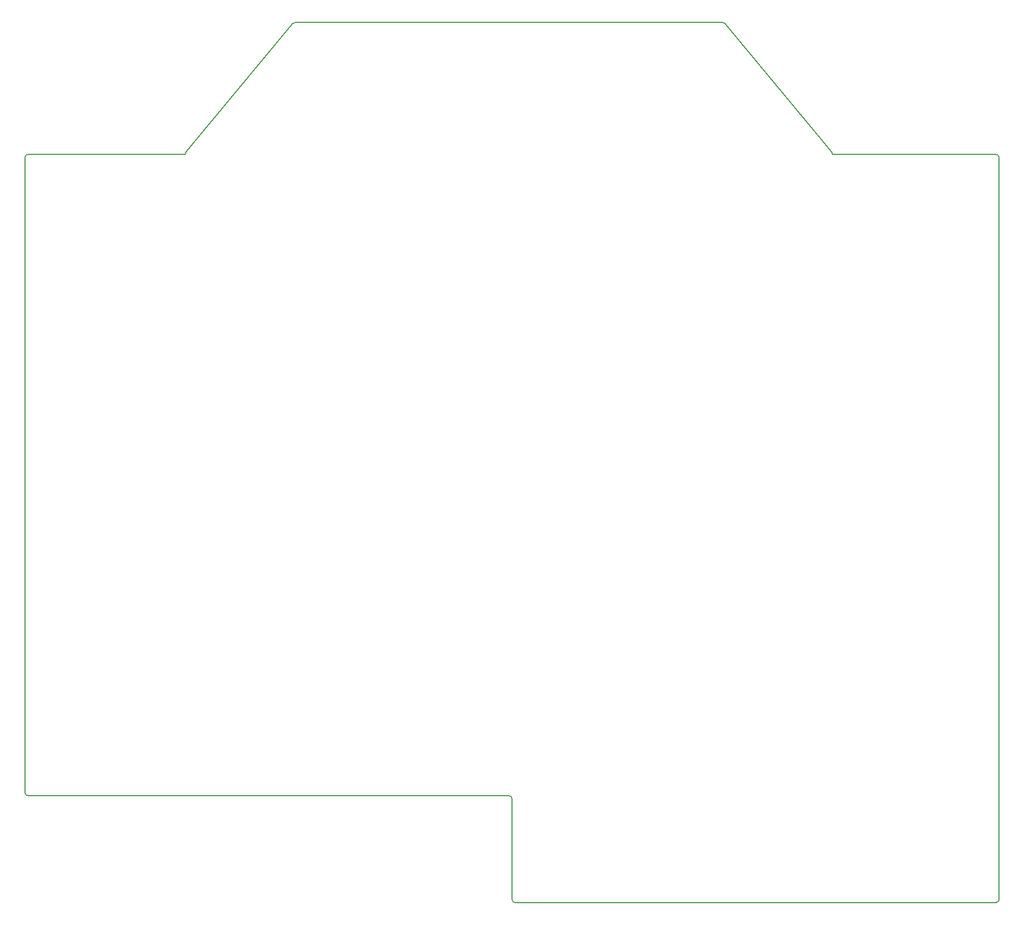
<source format=gm1>
G04 #@! TF.GenerationSoftware,KiCad,Pcbnew,8.0.4+1*
G04 #@! TF.CreationDate,2024-10-01T15:26:09+00:00*
G04 #@! TF.ProjectId,right,72696768-742e-46b6-9963-61645f706362,v0.2*
G04 #@! TF.SameCoordinates,Original*
G04 #@! TF.FileFunction,Profile,NP*
%FSLAX46Y46*%
G04 Gerber Fmt 4.6, Leading zero omitted, Abs format (unit mm)*
G04 Created by KiCad (PCBNEW 8.0.4+1) date 2024-10-01 15:26:09*
%MOMM*%
%LPD*%
G01*
G04 APERTURE LIST*
G04 #@! TA.AperFunction,Profile*
%ADD10C,0.150000*%
G04 #@! TD*
G04 APERTURE END LIST*
D10*
X310250000Y-125500000D02*
G75*
G02*
X310750000Y-126000000I0J-500000D01*
G01*
X258865121Y-23180832D02*
X275865121Y-2680832D01*
X258750000Y-23500000D02*
G75*
G02*
X258865121Y-23180832I500000J0D01*
G01*
X275865121Y-2680832D02*
G75*
G02*
X276250000Y-2500000I384879J-319168D01*
G01*
X233250000Y-24000000D02*
X233250000Y-125000000D01*
X388250000Y-142000000D02*
X388250000Y-24000000D01*
X310750000Y-126000000D02*
X310750000Y-142000000D01*
X311250000Y-142500000D02*
X387750000Y-142500000D01*
X258750000Y-23500000D02*
X233750000Y-23500000D01*
X388250000Y-142000000D02*
G75*
G02*
X387750000Y-142500000I-500000J0D01*
G01*
X387750000Y-23500000D02*
G75*
G02*
X388250000Y-24000000I0J-500000D01*
G01*
X233750000Y-125500000D02*
G75*
G02*
X233250000Y-125000000I0J500000D01*
G01*
X344250000Y-2500000D02*
G75*
G02*
X344634879Y-2680832I0J-500000D01*
G01*
X361634879Y-23180832D02*
G75*
G02*
X361750000Y-23500000I-384879J-319168D01*
G01*
X387750000Y-23500000D02*
X361750000Y-23500000D01*
X276250000Y-2500000D02*
X344250000Y-2500000D01*
X344634879Y-2680832D02*
X361634879Y-23180832D01*
X233750000Y-125500000D02*
X310250000Y-125500000D01*
X311250000Y-142500000D02*
G75*
G02*
X310750000Y-142000000I0J500000D01*
G01*
X233250000Y-24000000D02*
G75*
G02*
X233750000Y-23500000I500000J0D01*
G01*
M02*

</source>
